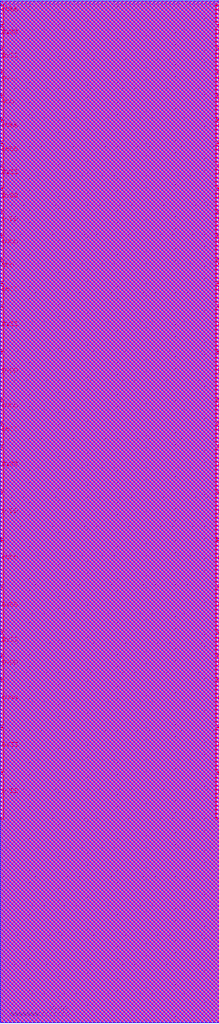
<source format=lef>
# Copyright 2022 GlobalFoundries PDK Authors
#
# Licensed under the Apache License, Version 2.0 (the "License");
# you may not use this file except in compliance with the License.
# You may obtain a copy of the License at
#
#     http://www.apache.org/licenses/LICENSE-2.0
#
# Unless required by applicable law or agreed to in writing, software
# distributed under the License is distributed on an "AS IS" BASIS,
# WITHOUT WARRANTIES OR CONDITIONS OF ANY KIND, either express or implied.
# See the License for the specific language governing permissions and
# limitations under the License.

MACRO gf180mcu_fd_io__dvss
  CLASS PAD POWER ;
  ORIGIN 0 0 ;
  FOREIGN gf180mcu_fd_io__dvss 0 0 ;
  SIZE 75 BY 350 ;
  SYMMETRY X Y R90 ;
  SITE GF_IO_Site ;
  PIN DVSS
    DIRECTION INOUT ;
    USE GROUND ;
    PORT
      LAYER Metal5 ;
        RECT 74 102 75 117 ;
    END
    PORT
      LAYER Metal5 ;
        RECT 74 86 75 101 ;
    END
    PORT
      LAYER Metal5 ;
        RECT 74 70 75 85 ;
    END
    PORT
      LAYER Metal5 ;
        RECT 74 126 75 133 ;
    END
    PORT
      LAYER Metal5 ;
        RECT 74 198 75 205 ;
    END
    PORT
      LAYER Metal5 ;
        RECT 74 230 75 245 ;
    END
    PORT
      LAYER Metal5 ;
        RECT 74 246 75 253 ;
    END
    PORT
      LAYER Metal5 ;
        RECT 74 286 75 293 ;
    END
    PORT
      LAYER Metal5 ;
        RECT 74 302 75 309 ;
    END
    PORT
      LAYER Metal5 ;
        RECT 74 318 75 325 ;
    END
    PORT
      LAYER Metal5 ;
        RECT 74 326 75 333 ;
    END
    PORT
      LAYER Metal5 ;
        RECT 74 342 75 348.39 ;
    END
    PORT
      LAYER Metal4 ;
        RECT 74 102 75 117 ;
    END
    PORT
      LAYER Metal4 ;
        RECT 74 86 75 101 ;
    END
    PORT
      LAYER Metal4 ;
        RECT 74 70 75 85 ;
    END
    PORT
      LAYER Metal4 ;
        RECT 74 126 75 133 ;
    END
    PORT
      LAYER Metal4 ;
        RECT 74 198 75 205 ;
    END
    PORT
      LAYER Metal4 ;
        RECT 74 230 75 245 ;
    END
    PORT
      LAYER Metal4 ;
        RECT 74 246 75 253 ;
    END
    PORT
      LAYER Metal4 ;
        RECT 74 286 75 293 ;
    END
    PORT
      LAYER Metal4 ;
        RECT 74 302 75 309 ;
    END
    PORT
      LAYER Metal4 ;
        RECT 74 318 75 325 ;
    END
    PORT
      LAYER Metal4 ;
        RECT 74 326 75 333 ;
    END
    PORT
      LAYER Metal4 ;
        RECT 74 342 75 348.39 ;
    END
    PORT
      LAYER Metal3 ;
        RECT 74 102 75 117 ;
    END
    PORT
      LAYER Metal3 ;
        RECT 74 86 75 101 ;
    END
    PORT
      LAYER Metal3 ;
        RECT 74 70 75 85 ;
    END
    PORT
      LAYER Metal3 ;
        RECT 74 126 75 133 ;
    END
    PORT
      LAYER Metal3 ;
        RECT 74 198 75 205 ;
    END
    PORT
      LAYER Metal3 ;
        RECT 74 230 75 245 ;
    END
    PORT
      LAYER Metal3 ;
        RECT 74 246 75 253 ;
    END
    PORT
      LAYER Metal3 ;
        RECT 74 286 75 293 ;
    END
    PORT
      LAYER Metal3 ;
        RECT 74 302 75 309 ;
    END
    PORT
      LAYER Metal3 ;
        RECT 74 318 75 325 ;
    END
    PORT
      LAYER Metal3 ;
        RECT 74 326 75 333 ;
    END
    PORT
      LAYER Metal3 ;
        RECT 74 342 75 348.39 ;
    END
    PORT
        CLASS CORE ;
      LAYER Metal2 ;
        RECT 1.36 349 10.86 350 ;
    END
    PORT
        CLASS CORE ;
      LAYER Metal2 ;
        RECT 13.76 349 24.01 350 ;
    END
    PORT
        CLASS CORE ;
      LAYER Metal2 ;
        RECT 25.61 349 35.86 350 ;
    END
    PORT
        CLASS CORE ;
      LAYER Metal2 ;
        RECT 39.14 349 49.39 350 ;
    END
    PORT
        CLASS CORE ;
      LAYER Metal2 ;
        RECT 50.99 349 61.24 350 ;
    END
    PORT
      LAYER Metal3 ;
        RECT 0 342 1 348.39 ;
    END
    PORT
      LAYER Metal3 ;
        RECT 0 326 1 333 ;
    END
    PORT
      LAYER Metal3 ;
        RECT 0 318 1 325 ;
    END
    PORT
      LAYER Metal3 ;
        RECT 0 302 1 309 ;
    END
    PORT
      LAYER Metal3 ;
        RECT 0 286 1 293 ;
    END
    PORT
      LAYER Metal3 ;
        RECT 0 246 1 253 ;
    END
    PORT
      LAYER Metal3 ;
        RECT 0 230 1 245 ;
    END
    PORT
      LAYER Metal3 ;
        RECT 0 198 1 205 ;
    END
    PORT
      LAYER Metal3 ;
        RECT 0 126 1 133 ;
    END
    PORT
      LAYER Metal3 ;
        RECT 0 70 1 85 ;
    END
    PORT
      LAYER Metal3 ;
        RECT 0 86 1 101 ;
    END
    PORT
      LAYER Metal4 ;
        RECT 0 342 1 348.39 ;
    END
    PORT
      LAYER Metal4 ;
        RECT 0 326 1 333 ;
    END
    PORT
      LAYER Metal4 ;
        RECT 0 318 1 325 ;
    END
    PORT
      LAYER Metal4 ;
        RECT 0 302 1 309 ;
    END
    PORT
      LAYER Metal4 ;
        RECT 0 286 1 293 ;
    END
    PORT
      LAYER Metal4 ;
        RECT 0 246 1 253 ;
    END
    PORT
      LAYER Metal4 ;
        RECT 0 230 1 245 ;
    END
    PORT
      LAYER Metal4 ;
        RECT 0 198 1 205 ;
    END
    PORT
      LAYER Metal4 ;
        RECT 0 126 1 133 ;
    END
    PORT
      LAYER Metal4 ;
        RECT 0 70 1 85 ;
    END
    PORT
      LAYER Metal4 ;
        RECT 0 86 1 101 ;
    END
    PORT
      LAYER Metal5 ;
        RECT 0 342 1 348.39 ;
    END
    PORT
      LAYER Metal5 ;
        RECT 0 326 1 333 ;
    END
    PORT
      LAYER Metal5 ;
        RECT 0 318 1 325 ;
    END
    PORT
      LAYER Metal5 ;
        RECT 0 302 1 309 ;
    END
    PORT
      LAYER Metal5 ;
        RECT 0 286 1 293 ;
    END
    PORT
      LAYER Metal5 ;
        RECT 0 246 1 253 ;
    END
    PORT
      LAYER Metal5 ;
        RECT 0 230 1 245 ;
    END
    PORT
      LAYER Metal5 ;
        RECT 0 198 1 205 ;
    END
    PORT
      LAYER Metal5 ;
        RECT 0 126 1 133 ;
    END
    PORT
      LAYER Metal5 ;
        RECT 0 70 1 85 ;
    END
    PORT
      LAYER Metal5 ;
        RECT 0 86 1 101 ;
    END
    PORT
      LAYER Metal5 ;
        RECT 0 102 1 117 ;
    END
    PORT
      LAYER Metal4 ;
        RECT 0 102 1 117 ;
    END
    PORT
      LAYER Metal3 ;
        RECT 0 102 1 117 ;
    END
    PORT
        CLASS CORE ;
      LAYER Metal2 ;
        RECT 64.14 349 73.64 350 ;
    END
  END DVSS
  PIN DVDD
    DIRECTION INOUT ;
    USE POWER ;
    PORT
      LAYER Metal5 ;
        RECT 74 118 75 125 ;
    END
    PORT
      LAYER Metal5 ;
        RECT 74 182 75 197 ;
    END
    PORT
      LAYER Metal5 ;
        RECT 74 166 75 181 ;
    END
    PORT
      LAYER Metal5 ;
        RECT 74 150 75 165 ;
    END
    PORT
      LAYER Metal5 ;
        RECT 74 134 75 149 ;
    END
    PORT
      LAYER Metal5 ;
        RECT 74 214 75 229 ;
    END
    PORT
      LAYER Metal5 ;
        RECT 74 206 75 213 ;
    END
    PORT
      LAYER Metal5 ;
        RECT 74 278 75 285 ;
    END
    PORT
      LAYER Metal5 ;
        RECT 74 270 75 277 ;
    END
    PORT
      LAYER Metal5 ;
        RECT 74 262 75 269 ;
    END
    PORT
      LAYER Metal5 ;
        RECT 74 294 75 301 ;
    END
    PORT
      LAYER Metal5 ;
        RECT 74 334 75 341 ;
    END
    PORT
      LAYER Metal4 ;
        RECT 74 118 75 125 ;
    END
    PORT
      LAYER Metal4 ;
        RECT 74 182 75 197 ;
    END
    PORT
      LAYER Metal4 ;
        RECT 74 166 75 181 ;
    END
    PORT
      LAYER Metal4 ;
        RECT 74 150 75 165 ;
    END
    PORT
      LAYER Metal4 ;
        RECT 74 134 75 149 ;
    END
    PORT
      LAYER Metal4 ;
        RECT 74 214 75 229 ;
    END
    PORT
      LAYER Metal4 ;
        RECT 74 206 75 213 ;
    END
    PORT
      LAYER Metal4 ;
        RECT 74 278 75 285 ;
    END
    PORT
      LAYER Metal4 ;
        RECT 74 270 75 277 ;
    END
    PORT
      LAYER Metal4 ;
        RECT 74 262 75 269 ;
    END
    PORT
      LAYER Metal4 ;
        RECT 74 294 75 301 ;
    END
    PORT
      LAYER Metal4 ;
        RECT 74 334 75 341 ;
    END
    PORT
      LAYER Metal3 ;
        RECT 74 118 75 125 ;
    END
    PORT
      LAYER Metal3 ;
        RECT 74 182 75 197 ;
    END
    PORT
      LAYER Metal3 ;
        RECT 74 166 75 181 ;
    END
    PORT
      LAYER Metal3 ;
        RECT 74 150 75 165 ;
    END
    PORT
      LAYER Metal3 ;
        RECT 74 134 75 149 ;
    END
    PORT
      LAYER Metal3 ;
        RECT 74 214 75 229 ;
    END
    PORT
      LAYER Metal3 ;
        RECT 74 206 75 213 ;
    END
    PORT
      LAYER Metal3 ;
        RECT 74 278 75 285 ;
    END
    PORT
      LAYER Metal3 ;
        RECT 74 270 75 277 ;
    END
    PORT
      LAYER Metal3 ;
        RECT 74 262 75 269 ;
    END
    PORT
      LAYER Metal3 ;
        RECT 74 294 75 301 ;
    END
    PORT
      LAYER Metal3 ;
        RECT 74 334 75 341 ;
    END
    PORT
      LAYER Metal3 ;
        RECT 0 334 1 341 ;
    END
    PORT
      LAYER Metal3 ;
        RECT 0 294 1 301 ;
    END
    PORT
      LAYER Metal3 ;
        RECT 0 262 1 269 ;
    END
    PORT
      LAYER Metal3 ;
        RECT 0 270 1 277 ;
    END
    PORT
      LAYER Metal3 ;
        RECT 0 278 1 285 ;
    END
    PORT
      LAYER Metal3 ;
        RECT 0 206 1 213 ;
    END
    PORT
      LAYER Metal3 ;
        RECT 0 214 1 229 ;
    END
    PORT
      LAYER Metal3 ;
        RECT 0 134 1 149 ;
    END
    PORT
      LAYER Metal3 ;
        RECT 0 150 1 165 ;
    END
    PORT
      LAYER Metal3 ;
        RECT 0 166 1 181 ;
    END
    PORT
      LAYER Metal3 ;
        RECT 0 182 1 197 ;
    END
    PORT
      LAYER Metal4 ;
        RECT 0 334 1 341 ;
    END
    PORT
      LAYER Metal4 ;
        RECT 0 294 1 301 ;
    END
    PORT
      LAYER Metal4 ;
        RECT 0 262 1 269 ;
    END
    PORT
      LAYER Metal4 ;
        RECT 0 270 1 277 ;
    END
    PORT
      LAYER Metal4 ;
        RECT 0 278 1 285 ;
    END
    PORT
      LAYER Metal4 ;
        RECT 0 206 1 213 ;
    END
    PORT
      LAYER Metal4 ;
        RECT 0 214 1 229 ;
    END
    PORT
      LAYER Metal4 ;
        RECT 0 134 1 149 ;
    END
    PORT
      LAYER Metal4 ;
        RECT 0 150 1 165 ;
    END
    PORT
      LAYER Metal4 ;
        RECT 0 166 1 181 ;
    END
    PORT
      LAYER Metal4 ;
        RECT 0 182 1 197 ;
    END
    PORT
      LAYER Metal5 ;
        RECT 0 334 1 341 ;
    END
    PORT
      LAYER Metal5 ;
        RECT 0 294 1 301 ;
    END
    PORT
      LAYER Metal5 ;
        RECT 0 262 1 269 ;
    END
    PORT
      LAYER Metal5 ;
        RECT 0 270 1 277 ;
    END
    PORT
      LAYER Metal5 ;
        RECT 0 278 1 285 ;
    END
    PORT
      LAYER Metal5 ;
        RECT 0 206 1 213 ;
    END
    PORT
      LAYER Metal5 ;
        RECT 0 214 1 229 ;
    END
    PORT
      LAYER Metal5 ;
        RECT 0 134 1 149 ;
    END
    PORT
      LAYER Metal5 ;
        RECT 0 150 1 165 ;
    END
    PORT
      LAYER Metal5 ;
        RECT 0 166 1 181 ;
    END
    PORT
      LAYER Metal5 ;
        RECT 0 182 1 197 ;
    END
    PORT
      LAYER Metal5 ;
        RECT 0 118 1 125 ;
    END
    PORT
      LAYER Metal4 ;
        RECT 0 118 1 125 ;
    END
    PORT
      LAYER Metal3 ;
        RECT 0 118 1 125 ;
    END
  END DVDD
  PIN VDD
    DIRECTION INOUT ;
    USE POWER ;
    PORT
      LAYER Metal5 ;
        RECT 74 254 75 261 ;
    END
    PORT
      LAYER Metal5 ;
        RECT 74 310 75 317 ;
    END
    PORT
      LAYER Metal4 ;
        RECT 74 254 75 261 ;
    END
    PORT
      LAYER Metal4 ;
        RECT 74 310 75 317 ;
    END
    PORT
      LAYER Metal3 ;
        RECT 74 254 75 261 ;
    END
    PORT
      LAYER Metal3 ;
        RECT 74 310 75 317 ;
    END
    PORT
      LAYER Metal3 ;
        RECT 0 310 1 317 ;
    END
    PORT
      LAYER Metal4 ;
        RECT 0 310 1 317 ;
    END
    PORT
      LAYER Metal5 ;
        RECT 0 310 1 317 ;
    END
    PORT
      LAYER Metal5 ;
        RECT 0 254 1 261 ;
    END
    PORT
      LAYER Metal4 ;
        RECT 0 254 1 261 ;
    END
    PORT
      LAYER Metal3 ;
        RECT 0 254 1 261 ;
    END
  END VDD
  OBS
    LAYER Metal1 ;
      RECT 0 0 75 350 ;
    LAYER Metal2 ;
      POLYGON 75 350 73.92 350 73.92 348.72 63.86 348.72 63.86 350 61.52 350 61.52 348.72 50.71 348.72 50.71 350 49.67 350 49.67 348.72 38.86 348.72 38.86 350 36.14 350 36.14 348.72 25.33 348.72 25.33 350 24.29 350 24.29 348.72 13.48 348.72 13.48 350 11.14 350 11.14 348.72 1.08 348.72 1.08 350 0 350 0 0 75 0 ;
    LAYER Metal3 ;
      POLYGON 75 69.72 73.72 69.72 73.72 85.28 75 85.28 75 85.72 73.72 85.72 73.72 101.28 75 101.28 75 101.72 73.72 101.72 73.72 117.28 75 117.28 75 117.72 73.72 117.72 73.72 125.28 75 125.28 75 125.72 73.72 125.72 73.72 133.28 75 133.28 75 133.72 73.72 133.72 73.72 149.28 75 149.28 75 149.72 73.72 149.72 73.72 165.28 75 165.28 75 165.72 73.72 165.72 73.72 181.28 75 181.28 75 181.72 73.72 181.72 73.72 197.28 75 197.28 75 197.72 73.72 197.72 73.72 205.28 75 205.28 75 205.72 73.72 205.72 73.72 213.28 75 213.28 75 213.72 73.72 213.72 73.72 229.28 75 229.28 75 229.72 73.72 229.72 73.72 245.28 75 245.28 75 245.72 73.72 245.72 73.72 253.28 75 253.28 75 253.72 73.72 253.72 73.72 261.28 75 261.28 75 261.72 73.72 261.72 73.72 269.28 75 269.28 75 269.72 73.72 269.72 73.72 277.28 75 277.28 75 277.72 73.72 277.72 73.72 285.28 75 285.28 75 285.72 73.72 285.72 73.72 293.28 75 293.28 75 293.72 73.72 293.72 73.72 301.28 75 301.28 75 301.72 73.72 301.72 73.72 309.28 75 309.28 75 309.72 73.72 309.72 73.72 317.28 75 317.28 75 317.72 73.72 317.72 73.72 325.28 75 325.28 75 325.72 73.72 325.72 73.72 333.28 75 333.28 75 333.72 73.72 333.72 73.72 341.28 75 341.28 75 341.72 73.72 341.72 73.72 348.67 75 348.67 75 350 0 350 0 348.67 1.28 348.67 1.28 341.72 0 341.72 0 341.28 1.28 341.28 1.28 333.72 0 333.72 0 333.28 1.28 333.28 1.28 325.72 0 325.72 0 325.28 1.28 325.28 1.28 317.72 0 317.72 0 317.28 1.28 317.28 1.28 309.72 0 309.72 0 309.28 1.28 309.28 1.28 301.72 0 301.72 0 301.28 1.28 301.28 1.28 293.72 0 293.72 0 293.28 1.28 293.28 1.28 285.72 0 285.72 0 285.28 1.28 285.28 1.28 277.72 0 277.72 0 277.28 1.28 277.28 1.28 269.72 0 269.72 0 269.28 1.28 269.28 1.28 261.72 0 261.72 0 261.28 1.28 261.28 1.28 253.72 0 253.72 0 253.28 1.28 253.28 1.28 245.72 0 245.72 0 245.28 1.28 245.28 1.28 229.72 0 229.72 0 229.28 1.28 229.28 1.28 213.72 0 213.72 0 213.28 1.28 213.28 1.28 205.72 0 205.72 0 205.28 1.28 205.28 1.28 197.72 0 197.72 0 197.28 1.28 197.28 1.28 181.72 0 181.72 0 181.28 1.28 181.28 1.28 165.72 0 165.72 0 165.28 1.28 165.28 1.28 149.72 0 149.72 0 149.28 1.28 149.28 1.28 133.72 0 133.72 0 133.28 1.28 133.28 1.28 125.72 0 125.72 0 125.28 1.28 125.28 1.28 117.72 0 117.72 0 117.28 1.28 117.28 1.28 101.72 0 101.72 0 101.28 1.28 101.28 1.28 85.72 0 85.72 0 85.28 1.28 85.28 1.28 69.72 0 69.72 0 0 75 0 ;
    LAYER Metal4 ;
      POLYGON 75 69.72 73.72 69.72 73.72 85.28 75 85.28 75 85.72 73.72 85.72 73.72 101.28 75 101.28 75 101.72 73.72 101.72 73.72 117.28 75 117.28 75 117.72 73.72 117.72 73.72 125.28 75 125.28 75 125.72 73.72 125.72 73.72 133.28 75 133.28 75 133.72 73.72 133.72 73.72 149.28 75 149.28 75 149.72 73.72 149.72 73.72 165.28 75 165.28 75 165.72 73.72 165.72 73.72 181.28 75 181.28 75 181.72 73.72 181.72 73.72 197.28 75 197.28 75 197.72 73.72 197.72 73.72 205.28 75 205.28 75 205.72 73.72 205.72 73.72 213.28 75 213.28 75 213.72 73.72 213.72 73.72 229.28 75 229.28 75 229.72 73.72 229.72 73.72 245.28 75 245.28 75 245.72 73.72 245.72 73.72 253.28 75 253.28 75 253.72 73.72 253.72 73.72 261.28 75 261.28 75 261.72 73.72 261.72 73.72 269.28 75 269.28 75 269.72 73.72 269.72 73.72 277.28 75 277.28 75 277.72 73.72 277.72 73.72 285.28 75 285.28 75 285.72 73.72 285.72 73.72 293.28 75 293.28 75 293.72 73.72 293.72 73.72 301.28 75 301.28 75 301.72 73.72 301.72 73.72 309.28 75 309.28 75 309.72 73.72 309.72 73.72 317.28 75 317.28 75 317.72 73.72 317.72 73.72 325.28 75 325.28 75 325.72 73.72 325.72 73.72 333.28 75 333.28 75 333.72 73.72 333.72 73.72 341.28 75 341.28 75 341.72 73.72 341.72 73.72 348.67 75 348.67 75 350 0 350 0 348.67 1.28 348.67 1.28 341.72 0 341.72 0 341.28 1.28 341.28 1.28 333.72 0 333.72 0 333.28 1.28 333.28 1.28 325.72 0 325.72 0 325.28 1.28 325.28 1.28 317.72 0 317.72 0 317.28 1.28 317.28 1.28 309.72 0 309.72 0 309.28 1.28 309.28 1.28 301.72 0 301.72 0 301.28 1.28 301.28 1.28 293.72 0 293.72 0 293.28 1.28 293.28 1.28 285.72 0 285.72 0 285.28 1.28 285.28 1.28 277.72 0 277.72 0 277.28 1.28 277.28 1.28 269.72 0 269.72 0 269.28 1.28 269.28 1.28 261.72 0 261.72 0 261.28 1.28 261.28 1.28 253.72 0 253.72 0 253.28 1.28 253.28 1.28 245.72 0 245.72 0 245.28 1.28 245.28 1.28 229.72 0 229.72 0 229.28 1.28 229.28 1.28 213.72 0 213.72 0 213.28 1.28 213.28 1.28 205.72 0 205.72 0 205.28 1.28 205.28 1.28 197.72 0 197.72 0 197.28 1.28 197.28 1.28 181.72 0 181.72 0 181.28 1.28 181.28 1.28 165.72 0 165.72 0 165.28 1.28 165.28 1.28 149.72 0 149.72 0 149.28 1.28 149.28 1.28 133.72 0 133.72 0 133.28 1.28 133.28 1.28 125.72 0 125.72 0 125.28 1.28 125.28 1.28 117.72 0 117.72 0 117.28 1.28 117.28 1.28 101.72 0 101.72 0 101.28 1.28 101.28 1.28 85.72 0 85.72 0 85.28 1.28 85.28 1.28 69.72 0 69.72 0 0 75 0 ;
    LAYER Metal5 ;
      POLYGON 75 69.72 73.72 69.72 73.72 85.28 75 85.28 75 85.72 73.72 85.72 73.72 101.28 75 101.28 75 101.72 73.72 101.72 73.72 117.28 75 117.28 75 117.72 73.72 117.72 73.72 125.28 75 125.28 75 125.72 73.72 125.72 73.72 133.28 75 133.28 75 133.72 73.72 133.72 73.72 149.28 75 149.28 75 149.72 73.72 149.72 73.72 165.28 75 165.28 75 165.72 73.72 165.72 73.72 181.28 75 181.28 75 181.72 73.72 181.72 73.72 197.28 75 197.28 75 197.72 73.72 197.72 73.72 205.28 75 205.28 75 205.72 73.72 205.72 73.72 213.28 75 213.28 75 213.72 73.72 213.72 73.72 229.28 75 229.28 75 229.72 73.72 229.72 73.72 245.28 75 245.28 75 245.72 73.72 245.72 73.72 253.28 75 253.28 75 253.72 73.72 253.72 73.72 261.28 75 261.28 75 261.72 73.72 261.72 73.72 269.28 75 269.28 75 269.72 73.72 269.72 73.72 277.28 75 277.28 75 277.72 73.72 277.72 73.72 285.28 75 285.28 75 285.72 73.72 285.72 73.72 293.28 75 293.28 75 293.72 73.72 293.72 73.72 301.28 75 301.28 75 301.72 73.72 301.72 73.72 309.28 75 309.28 75 309.72 73.72 309.72 73.72 317.28 75 317.28 75 317.72 73.72 317.72 73.72 325.28 75 325.28 75 325.72 73.72 325.72 73.72 333.28 75 333.28 75 333.72 73.72 333.72 73.72 341.28 75 341.28 75 341.72 73.72 341.72 73.72 348.67 75 348.67 75 350 0 350 0 348.67 1.28 348.67 1.28 341.72 0 341.72 0 341.28 1.28 341.28 1.28 333.72 0 333.72 0 333.28 1.28 333.28 1.28 325.72 0 325.72 0 325.28 1.28 325.28 1.28 317.72 0 317.72 0 317.28 1.28 317.28 1.28 309.72 0 309.72 0 309.28 1.28 309.28 1.28 301.72 0 301.72 0 301.28 1.28 301.28 1.28 293.72 0 293.72 0 293.28 1.28 293.28 1.28 285.72 0 285.72 0 285.28 1.28 285.28 1.28 277.72 0 277.72 0 277.28 1.28 277.28 1.28 269.72 0 269.72 0 269.28 1.28 269.28 1.28 261.72 0 261.72 0 261.28 1.28 261.28 1.28 253.72 0 253.72 0 253.28 1.28 253.28 1.28 245.72 0 245.72 0 245.28 1.28 245.28 1.28 229.72 0 229.72 0 229.28 1.28 229.28 1.28 213.72 0 213.72 0 213.28 1.28 213.28 1.28 205.72 0 205.72 0 205.28 1.28 205.28 1.28 197.72 0 197.72 0 197.28 1.28 197.28 1.28 181.72 0 181.72 0 181.28 1.28 181.28 1.28 165.72 0 165.72 0 165.28 1.28 165.28 1.28 149.72 0 149.72 0 149.28 1.28 149.28 1.28 133.72 0 133.72 0 133.28 1.28 133.28 1.28 125.72 0 125.72 0 125.28 1.28 125.28 1.28 117.72 0 117.72 0 117.28 1.28 117.28 1.28 101.72 0 101.72 0 101.28 1.28 101.28 1.28 85.72 0 85.72 0 85.28 1.28 85.28 1.28 69.72 0 69.72 0 0 75 0 ;
    LAYER Via1 ;
      RECT 0 0 75 350 ;
    LAYER Via2 ;
      RECT 0 0 75 350 ;
    LAYER Via3 ;
      RECT 0 0 75 350 ;
    LAYER Via4 ;
      RECT 0 0 75 350 ;
  END

END gf180mcu_fd_io__dvss

</source>
